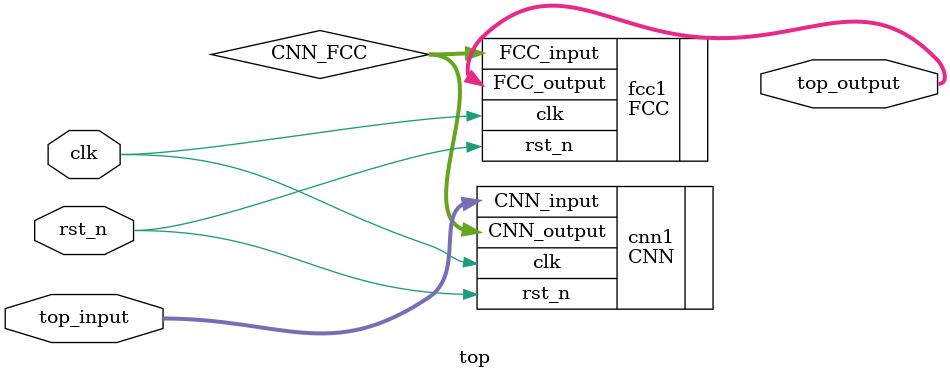
<source format=v>
`include "CNN.v"
`include "FCC.v"

module	top(
	input clk,
	input rst_n,
	input [14*14*16-1:0] top_input,
	output [1:0] top_output
);

wire [4*8*8*16-1:0] CNN_FCC;

CNN cnn1(
	.clk(clk),
	.rst_n(rst_n),
	.CNN_input(top_input),
	.CNN_output(CNN_FCC)
);

FCC fcc1(
	.clk(clk),
	.rst_n(rst_n),
	.FCC_input(CNN_FCC),
	.FCC_output(top_output)
);


endmodule
</source>
